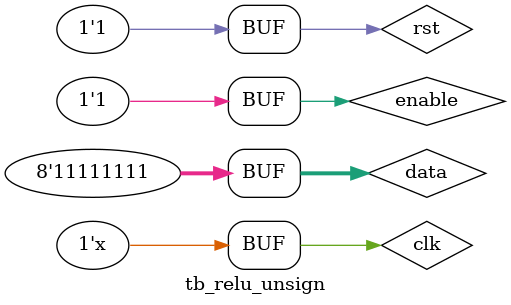
<source format=v>
`timescale 1ns / 1ps

// unsigned code should use the 2's complement
module tb_relu_unsign(

    );
    
    reg clk;
    reg rst;
    reg enable;
    reg [7:0]   data;
    wire [7:0]   dataOut;
    wire ready;
    
    
    relu_unsign    tb_0(
    .iClk(clk),
    .iRst(rst),
    
    //data 
    .data(data),
    .dataOut(dataOut),    
    
    //control,
    .enable(enable),
    .rdy(ready)
    );
    
    initial
    begin
        clk =  0;
        rst =  0;
        #1  rst =   1;
        #1  rst =   0;
        #1  rst =   1;
        enable  =   1;
        #15 data=8'b00000000;
        #15 data=8'b00000001;
        #15 data=8'b00000010;
        #15 data=8'b00000011;
        #15 data=8'b00000100;
        #15 data=8'b00000101;
        #15 data=8'b00000110;
        #15 data=8'b00000111;
        #15 data=8'b00001000;
        #15 data=8'b00001001;
        #15 data=8'b00001010;
        #15 data=8'b00001011;
        #15 data=8'b00001100;
        #15 data=8'b00001101;
        #15 data=8'b00001110;
        #15 data=8'b00001111;
        #15 data=8'b00010000;
        #15 data=8'b00010001;
        #15 data=8'b00010010;
        #15 data=8'b00010011;
        #15 data=8'b00010100;
        #15 data=8'b00010101;
        #15 data=8'b00010110;
        #15 data=8'b00010111;
        #15 data=8'b00011000;
        #15 data=8'b00011001;
        #15 data=8'b00011010;
        #15 data=8'b00011011;
        #15 data=8'b00011100;
        #15 data=8'b00011101;
        #15 data=8'b00011110;
        #15 data=8'b00011111;
        #15 data=8'b00100000;
        #15 data=8'b00100001;
        #15 data=8'b00100010;
        #15 data=8'b00100011;
        #15 data=8'b00100100;
        #15 data=8'b00100101;
        #15 data=8'b00100110;
        #15 data=8'b00100111;
        #15 data=8'b00101000;
        #15 data=8'b00101001;
        #15 data=8'b00101010;
        #15 data=8'b00101011;
        #15 data=8'b00101100;
        #15 data=8'b00101101;
        #15 data=8'b00101110;
        #15 data=8'b00101111;
        #15 data=8'b00110000;
        #15 data=8'b00110001;
        #15 data=8'b00110010;
        #15 data=8'b00110011;
        #15 data=8'b00110100;
        #15 data=8'b00110101;
        #15 data=8'b00110110;
        #15 data=8'b00110111;
        #15 data=8'b00111000;
        #15 data=8'b00111001;
        #15 data=8'b00111010;
        #15 data=8'b00111011;
        #15 data=8'b00111100;
        #15 data=8'b00111101;
        #15 data=8'b00111110;
        #15 data=8'b00111111;
        #15 data=8'b01000000;
        #15 data=8'b01000001;
        #15 data=8'b01000010;
        #15 data=8'b01000011;
        #15 data=8'b01000100;
        #15 data=8'b01000101;
        #15 data=8'b01000110;
        #15 data=8'b01000111;
        #15 data=8'b01001000;
        #15 data=8'b01001001;
        #15 data=8'b01001010;
        #15 data=8'b01001011;
        #15 data=8'b01001100;
        #15 data=8'b01001101;
        #15 data=8'b01001110;
        #15 data=8'b01001111;
        #15 data=8'b01010000;
        #15 data=8'b01010001;
        #15 data=8'b01010010;
        #15 data=8'b01010011;
        #15 data=8'b01010100;
        #15 data=8'b01010101;
        #15 data=8'b01010110;
        #15 data=8'b01010111;
        #15 data=8'b01011000;
        #15 data=8'b01011001;
        #15 data=8'b01011010;
        #15 data=8'b01011011;
        #15 data=8'b01011100;
        #15 data=8'b01011101;
        #15 data=8'b01011110;
        #15 data=8'b01011111;
        #15 data=8'b01100000;
        #15 data=8'b01100001;
        #15 data=8'b01100010;
        #15 data=8'b01100011;
        #15 data=8'b01100100;
        #15 data=8'b01100101;
        #15 data=8'b01100110;
        #15 data=8'b01100111;
        #15 data=8'b01101000;
        #15 data=8'b01101001;
        #15 data=8'b01101010;
        #15 data=8'b01101011;
        #15 data=8'b01101100;
        #15 data=8'b01101101;
        #15 data=8'b01101110;
        #15 data=8'b01101111;
        #15 data=8'b01110000;
        #15 data=8'b01110001;
        #15 data=8'b01110010;
        #15 data=8'b01110011;
        #15 data=8'b01110100;
        #15 data=8'b01110101;
        #15 data=8'b01110110;
        #15 data=8'b01110111;
        #15 data=8'b01111000;
        #15 data=8'b01111001;
        #15 data=8'b01111010;
        #15 data=8'b01111011;
        #15 data=8'b01111100;
        #15 data=8'b01111101;
        #15 data=8'b01111110;
        #15 data=8'b01111111;
        #15 data=8'b10000000;
        #15 data=8'b10000001;
        #15 data=8'b10000010;
        #15 data=8'b10000011;
        #15 data=8'b10000100;
        #15 data=8'b10000101;
        #15 data=8'b10000110;
        #15 data=8'b10000111;
        #15 data=8'b10001000;
        #15 data=8'b10001001;
        #15 data=8'b10001010;
        #15 data=8'b10001011;
        #15 data=8'b10001100;
        #15 data=8'b10001101;
        #15 data=8'b10001110;
        #15 data=8'b10001111;
        #15 data=8'b10010000;
        #15 data=8'b10010001;
        #15 data=8'b10010010;
        #15 data=8'b10010011;
        #15 data=8'b10010100;
        #15 data=8'b10010101;
        #15 data=8'b10010110;
        #15 data=8'b10010111;
        #15 data=8'b10011000;
        #15 data=8'b10011001;
        #15 data=8'b10011010;
        #15 data=8'b10011011;
        #15 data=8'b10011100;
        #15 data=8'b10011101;
        #15 data=8'b10011110;
        #15 data=8'b10011111;
        #15 data=8'b10100000;
        #15 data=8'b10100001;
        #15 data=8'b10100010;
        #15 data=8'b10100011;
        #15 data=8'b10100100;
        #15 data=8'b10100101;
        #15 data=8'b10100110;
        #15 data=8'b10100111;
        #15 data=8'b10101000;
        #15 data=8'b10101001;
        #15 data=8'b10101010;
        #15 data=8'b10101011;
        #15 data=8'b10101100;
        #15 data=8'b10101101;
        #15 data=8'b10101110;
        #15 data=8'b10101111;
        #15 data=8'b10110000;
        #15 data=8'b10110001;
        #15 data=8'b10110010;
        #15 data=8'b10110011;
        #15 data=8'b10110100;
        #15 data=8'b10110101;
        #15 data=8'b10110110;
        #15 data=8'b10110111;
        #15 data=8'b10111000;
        #15 data=8'b10111001;
        #15 data=8'b10111010;
        #15 data=8'b10111011;
        #15 data=8'b10111100;
        #15 data=8'b10111101;
        #15 data=8'b10111110;
        #15 data=8'b10111111;
        #15 data=8'b11000000;
        #15 data=8'b11000001;
        #15 data=8'b11000010;
        #15 data=8'b11000011;
        #15 data=8'b11000100;
        #15 data=8'b11000101;
        #15 data=8'b11000110;
        #15 data=8'b11000111;
        #15 data=8'b11001000;
        #15 data=8'b11001001;
        #15 data=8'b11001010;
        #15 data=8'b11001011;
        #15 data=8'b11001100;
        #15 data=8'b11001101;
        #15 data=8'b11001110;
        #15 data=8'b11001111;
        #15 data=8'b11010000;
        #15 data=8'b11010001;
        #15 data=8'b11010010;
        #15 data=8'b11010011;
        #15 data=8'b11010100;
        #15 data=8'b11010101;
        #15 data=8'b11010110;
        #15 data=8'b11010111;
        #15 data=8'b11011000;
        #15 data=8'b11011001;
        #15 data=8'b11011010;
        #15 data=8'b11011011;
        #15 data=8'b11011100;
        #15 data=8'b11011101;
        #15 data=8'b11011110;
        #15 data=8'b11011111;
        #15 data=8'b11100000;
        #15 data=8'b11100001;
        #15 data=8'b11100010;
        #15 data=8'b11100011;
        #15 data=8'b11100100;
        #15 data=8'b11100101;
        #15 data=8'b11100110;
        #15 data=8'b11100111;
        #15 data=8'b11101000;
        #15 data=8'b11101001;
        #15 data=8'b11101010;
        #15 data=8'b11101011;
        #15 data=8'b11101100;
        #15 data=8'b11101101;
        #15 data=8'b11101110;
        #15 data=8'b11101111;
        #15 data=8'b11110000;
        #15 data=8'b11110001;
        #15 data=8'b11110010;
        #15 data=8'b11110011;
        #15 data=8'b11110100;
        #15 data=8'b11110101;
        #15 data=8'b11110110;
        #15 data=8'b11110111;
        #15 data=8'b11111000;
        #15 data=8'b11111001;
        #15 data=8'b11111010;
        #15 data=8'b11111011;
        #15 data=8'b11111100;
        #15 data=8'b11111101;
        #15 data=8'b11111110;
        #15 data=8'b11111111;
    end
    
    always # 5 clk = ~ clk;
    
endmodule

</source>
